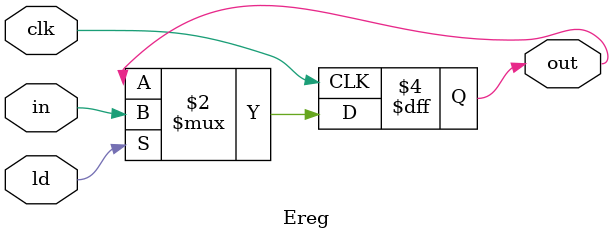
<source format=v>
module Ereg(input in, ld, clk, output reg out);
  always@(posedge clk)begin:load
    if(ld) out <= in;
end
endmodule

</source>
